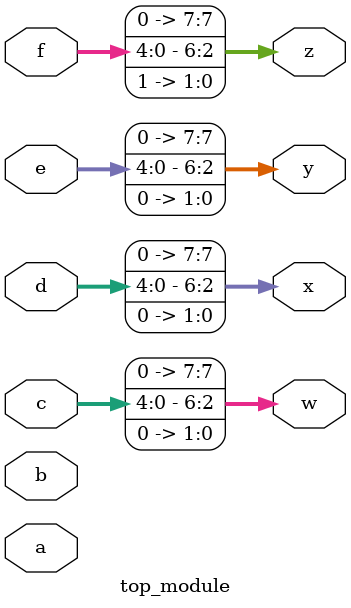
<source format=sv>
module top_module (
    input [4:0] a,
    input [4:0] b,
    input [4:0] c,
    input [4:0] d,
    input [4:0] e,
    input [4:0] f,
    output [7:0] w,
    output [7:0] x,
    output [7:0] y,
    output [7:0] z
);

assign {w, x, y, z} = {{3'b0, a}, {3'b0, b}, {3'b0, c}, {3'b0, d}, {3'b0, e}, {3'b0, f}, 2'b11};

endmodule

</source>
